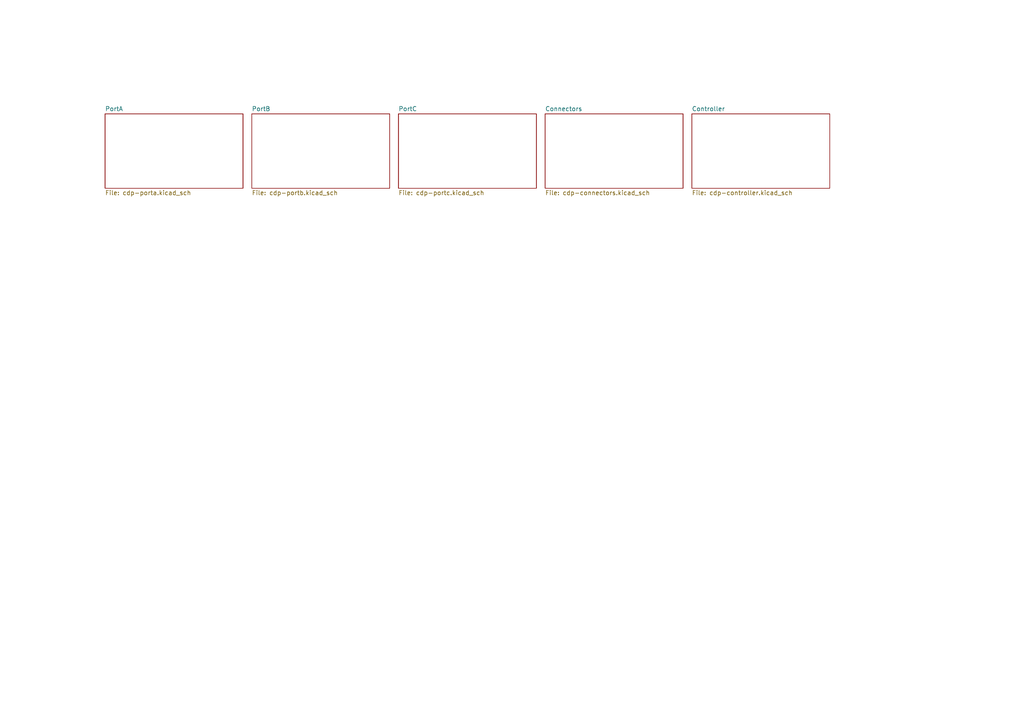
<source format=kicad_sch>
(kicad_sch (version 20230121) (generator eeschema)

  (uuid 479e9a3e-8705-41df-8009-7e8503809f49)

  (paper "A4")

  (title_block
    (title "Root")
    (date "2023-07-06")
    (rev "1")
    (company "ZLED")
  )

  (lib_symbols
  )


  (sheet (at 115.57 33.02) (size 40.005 21.59) (fields_autoplaced)
    (stroke (width 0.1524) (type solid))
    (fill (color 0 0 0 0.0000))
    (uuid 03dab4a8-d44b-4cf8-b119-6efcff8953b4)
    (property "Sheetname" "PortC" (at 115.57 32.3084 0)
      (effects (font (size 1.27 1.27)) (justify left bottom))
    )
    (property "Sheetfile" "cdp-portc.kicad_sch" (at 115.57 55.1946 0)
      (effects (font (size 1.27 1.27)) (justify left top))
    )
    (instances
      (project "cdp-io"
        (path "/479e9a3e-8705-41df-8009-7e8503809f49" (page "4"))
      )
    )
  )

  (sheet (at 30.48 33.02) (size 40.005 21.59) (fields_autoplaced)
    (stroke (width 0.1524) (type solid))
    (fill (color 0 0 0 0.0000))
    (uuid 05095c2f-eeee-4b53-a55c-38329025afd6)
    (property "Sheetname" "PortA" (at 30.48 32.3084 0)
      (effects (font (size 1.27 1.27)) (justify left bottom))
    )
    (property "Sheetfile" "cdp-porta.kicad_sch" (at 30.48 55.1946 0)
      (effects (font (size 1.27 1.27)) (justify left top))
    )
    (instances
      (project "cdp-io"
        (path "/479e9a3e-8705-41df-8009-7e8503809f49" (page "2"))
      )
    )
  )

  (sheet (at 158.115 33.02) (size 40.005 21.59) (fields_autoplaced)
    (stroke (width 0.1524) (type solid))
    (fill (color 0 0 0 0.0000))
    (uuid 2897f7b5-ac5b-4028-af58-49b2a25964b0)
    (property "Sheetname" "Connectors" (at 158.115 32.3084 0)
      (effects (font (size 1.27 1.27)) (justify left bottom))
    )
    (property "Sheetfile" "cdp-connectors.kicad_sch" (at 158.115 55.1946 0)
      (effects (font (size 1.27 1.27)) (justify left top))
    )
    (instances
      (project "cdp-io"
        (path "/479e9a3e-8705-41df-8009-7e8503809f49" (page "5"))
      )
    )
  )

  (sheet (at 73.025 33.02) (size 40.005 21.59) (fields_autoplaced)
    (stroke (width 0.1524) (type solid))
    (fill (color 0 0 0 0.0000))
    (uuid f2f2e87f-81b0-49e1-b285-4bb1f98f04a0)
    (property "Sheetname" "PortB" (at 73.025 32.3084 0)
      (effects (font (size 1.27 1.27)) (justify left bottom))
    )
    (property "Sheetfile" "cdp-portb.kicad_sch" (at 73.025 55.1946 0)
      (effects (font (size 1.27 1.27)) (justify left top))
    )
    (instances
      (project "cdp-io"
        (path "/479e9a3e-8705-41df-8009-7e8503809f49" (page "3"))
      )
    )
  )

  (sheet (at 200.66 33.02) (size 40.005 21.59) (fields_autoplaced)
    (stroke (width 0.1524) (type solid))
    (fill (color 0 0 0 0.0000))
    (uuid fc5dd19a-450f-4ce7-af21-025e7154e993)
    (property "Sheetname" "Controller" (at 200.66 32.3084 0)
      (effects (font (size 1.27 1.27)) (justify left bottom))
    )
    (property "Sheetfile" "cdp-controller.kicad_sch" (at 200.66 55.1946 0)
      (effects (font (size 1.27 1.27)) (justify left top))
    )
    (instances
      (project "cdp-io"
        (path "/479e9a3e-8705-41df-8009-7e8503809f49" (page "6"))
      )
    )
  )

  (sheet_instances
    (path "/" (page "1"))
  )
)

</source>
